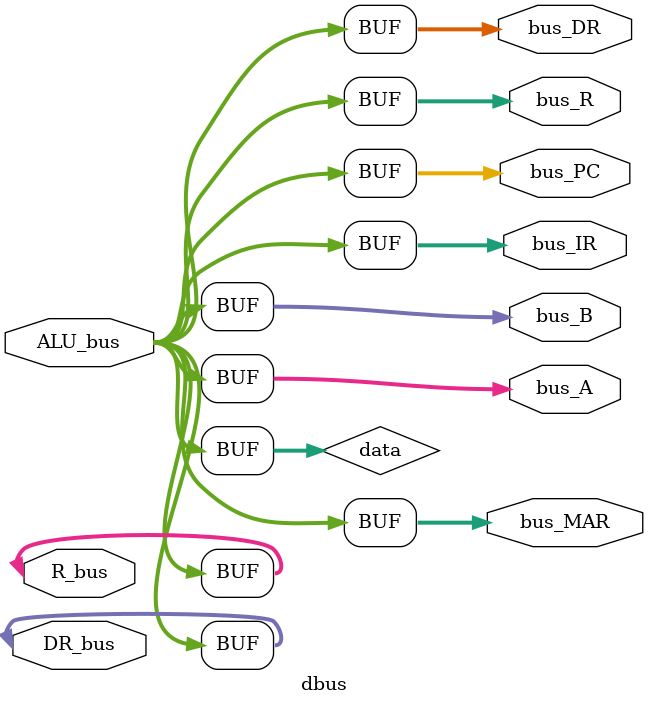
<source format=v>
`timescale 1ns / 1ps

module dbus(
    input [7:0] DR_bus,R_bus,ALU_bus,
    output wire [7:0] bus_A,bus_B,bus_IR,bus_PC,bus_R,bus_DR,bus_MAR
    );
wire [7:0] data;
assign data = DR_bus;
assign data = R_bus;
assign data = ALU_bus;
assign bus_A=data;
assign bus_B=data;
assign bus_IR=data;
assign bus_PC=data;
assign bus_R=data;
assign bus_DR=data;
assign bus_MAR=data;
endmodule

</source>
